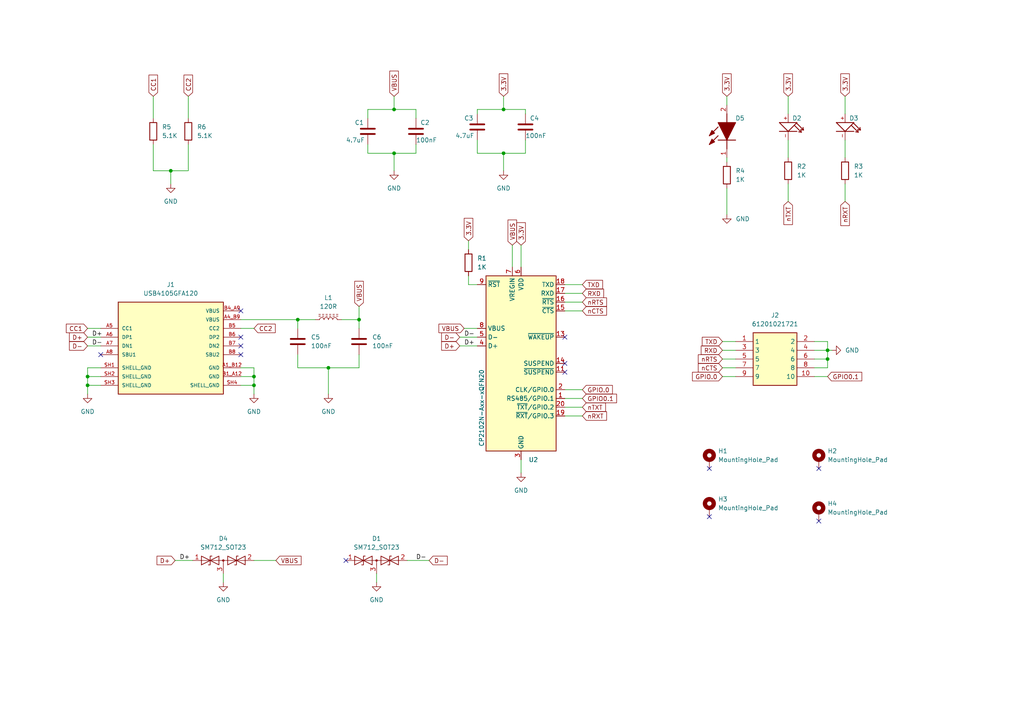
<source format=kicad_sch>
(kicad_sch (version 20230121) (generator eeschema)
  (paper "A4")
  (title_block (title "USB TO TTL v1.0") (date "10-03-2024") (rev "1.0"))
  (lib_symbols
    (symbol "61201021721:61201021721"
      (property "Reference" "J" (at 19.05 7.62 0))
      (property "Value" "61201021721" (at 19.05 5.08 0))
      (symbol "61201021721_1_1"
        (rectangle (start 5.08 2.54) (end 17.78 -12.7) (stroke (width 0.254)) (fill (type background)))
        (pin passive line (at 0 0 0) (length 5.08) (name "1") (number "1"))
        (pin passive line (at 22.86 -10.16 180) (length 5.08) (name "10") (number "10"))
        (pin passive line (at 22.86 0 180) (length 5.08) (name "2") (number "2"))
        (pin passive line (at 0 -2.54 0) (length 5.08) (name "3") (number "3"))
        (pin passive line (at 22.86 -2.54 180) (length 5.08) (name "4") (number "4"))
        (pin passive line (at 0 -5.08 0) (length 5.08) (name "5") (number "5"))
        (pin passive line (at 22.86 -5.08 180) (length 5.08) (name "6") (number "6"))
        (pin passive line (at 0 -7.62 0) (length 5.08) (name "7") (number "7"))
        (pin passive line (at 22.86 -7.62 180) (length 5.08) (name "8") (number "8"))
        (pin passive line (at 0 -10.16 0) (length 5.08) (name "9") (number "9"))
      )
    )
    (symbol "Device:C" (pin_numbers hide) (pin_names (offset 0.254))
      (property "Reference" "C" (at 0.635 2.54 0))
      (property "Value" "C" (at 0.635 -2.54 0))
      (symbol "C_0_1"
        (polyline (pts (xy -2.032 -0.762) (xy 2.032 -0.762)) (stroke (width 0.508)))
        (polyline (pts (xy -2.032 0.762) (xy 2.032 0.762)) (stroke (width 0.508)))
      )
      (symbol "C_1_1"
        (pin passive line (at 0 3.81 270) (length 2.794) (name "~") (number "1"))
        (pin passive line (at 0 -3.81 90) (length 2.794) (name "~") (number "2"))
      )
    )
    (symbol "Device:L_Ferrite" (pin_numbers hide) (pin_names (offset 1.016) hide)
      (property "Reference" "L" (at -1.27 0 90))
      (property "Value" "L_Ferrite" (at 2.794 0 90))
      (symbol "L_Ferrite_0_1"
        (arc (start 0 -2.54) (mid 0.6323 -1.905) (end 0 -1.27))
        (arc (start 0 -1.27) (mid 0.6323 -0.635) (end 0 0))
        (polyline (pts (xy 1.016 -2.794) (xy 1.016 -2.286)))
        (polyline (pts (xy 1.016 -1.778) (xy 1.016 -1.27)))
        (polyline (pts (xy 1.016 -0.762) (xy 1.016 -0.254)))
        (polyline (pts (xy 1.016 0.254) (xy 1.016 0.762)))
        (polyline (pts (xy 1.016 1.27) (xy 1.016 1.778)))
        (polyline (pts (xy 1.016 2.286) (xy 1.016 2.794)))
        (polyline (pts (xy 1.524 -2.286) (xy 1.524 -2.794)))
        (polyline (pts (xy 1.524 -1.27) (xy 1.524 -1.778)))
        (polyline (pts (xy 1.524 -0.254) (xy 1.524 -0.762)))
        (polyline (pts (xy 1.524 0.762) (xy 1.524 0.254)))
        (polyline (pts (xy 1.524 1.778) (xy 1.524 1.27)))
        (polyline (pts (xy 1.524 2.794) (xy 1.524 2.286)))
        (arc (start 0 0) (mid 0.6323 0.635) (end 0 1.27))
        (arc (start 0 1.27) (mid 0.6323 1.905) (end 0 2.54))
      )
      (symbol "L_Ferrite_1_1"
        (pin passive line (at 0 3.81 270) (length 1.27) (name "1") (number "1"))
        (pin passive line (at 0 -3.81 90) (length 1.27) (name "2") (number "2"))
      )
    )
    (symbol "Device:R" (pin_numbers hide) (pin_names (offset 0))
      (property "Reference" "R" (at 2.032 0 90))
      (property "Value" "R" (at 0 0 90))
      (symbol "R_0_1"
        (rectangle (start -1.016 -2.54) (end 1.016 2.54) (stroke (width 0.254)))
      )
      (symbol "R_1_1"
        (pin passive line (at 0 3.81 270) (length 1.27) (name "~") (number "1"))
        (pin passive line (at 0 -3.81 90) (length 1.27) (name "~") (number "2"))
      )
    )
    (symbol "Diode:SM712_SOT23" (pin_names (offset 1.016) hide)
      (property "Reference" "D" (at 0 4.445 0))
      (property "Value" "SM712_SOT23" (at 0 2.54 0))
      (symbol "SM712_SOT23_0_0"
        (polyline (pts (xy 0 -1.27) (xy 0 0)))
      )
      (symbol "SM712_SOT23_0_1"
        (polyline (pts (xy -6.35 0) (xy 6.35 0)))
        (polyline (pts (xy -3.302 1.27) (xy -3.81 1.27) (xy -3.81 -1.27) (xy -4.318 -1.27)) (stroke (width 0.2032)))
        (polyline (pts (xy 4.318 1.27) (xy 3.81 1.27) (xy 3.81 -1.27) (xy 3.302 -1.27)) (stroke (width 0.2032)))
        (polyline (pts (xy -6.35 -1.27) (xy -1.27 1.27) (xy -1.27 -1.27) (xy -6.35 1.27) (xy -6.35 -1.27)) (stroke (width 0.2032)))
        (polyline (pts (xy 1.27 -1.27) (xy 1.27 1.27) (xy 6.35 -1.27) (xy 6.35 1.27) (xy 1.27 -1.27)) (stroke (width 0.2032)))
        (circle (center 0 0) (radius 0.254) (fill (type outline)))
      )
      (symbol "SM712_SOT23_1_1"
        (pin passive line (at -8.89 0 0) (length 2.54) (name "A1") (number "1"))
        (pin passive line (at 8.89 0 180) (length 2.54) (name "A2") (number "2"))
        (pin input line (at 0 -3.81 90) (length 2.54) (name "common") (number "3"))
      )
    )
    (symbol "Interface_USB:CP2102N-Axx-xQFN20"
      (property "Reference" "U" (at -8.89 26.67 0))
      (property "Value" "CP2102N-Axx-xQFN20" (at 12.7 26.67 0))
      (symbol "CP2102N-Axx-xQFN20_0_1"
        (rectangle (start -10.16 25.4) (end 10.16 -25.4) (stroke (width 0.254)) (fill (type background)))
      )
      (symbol "CP2102N-Axx-xQFN20_1_1"
        (pin bidirectional line (at 12.7 -10.16 180) (length 2.54) (name "RS485/GPIO.1") (number "1"))
        (pin no_connect line (at -10.16 -22.86 0) (length 2.54) hide (name "NC") (number "10"))
        (pin output line (at 12.7 -2.54 180) (length 2.54) (name "~{SUSPEND}") (number "11"))
        (pin passive line (at 0 -27.94 90) (length 2.54) hide (name "GND") (number "12"))
        (pin input line (at 12.7 7.62 180) (length 2.54) (name "~{WAKEUP}") (number "13"))
        (pin output line (at 12.7 0 180) (length 2.54) (name "SUSPEND") (number "14"))
        (pin input line (at 12.7 15.24 180) (length 2.54) (name "~{CTS}") (number "15"))
        (pin output line (at 12.7 17.78 180) (length 2.54) (name "~{RTS}") (number "16"))
        (pin input line (at 12.7 20.32 180) (length 2.54) (name "RXD") (number "17"))
        (pin output line (at 12.7 22.86 180) (length 2.54) (name "TXD") (number "18"))
        (pin bidirectional line (at 12.7 -15.24 180) (length 2.54) (name "~{RXT}/GPIO.3") (number "19"))
        (pin bidirectional line (at 12.7 -7.62 180) (length 2.54) (name "CLK/GPIO.0") (number "2"))
        (pin bidirectional line (at 12.7 -12.7 180) (length 2.54) (name "~{TXT}/GPIO.2") (number "20"))
        (pin passive line (at 0 -27.94 90) (length 2.54) hide (name "GND") (number "21"))
        (pin power_in line (at 0 -27.94 90) (length 2.54) (name "GND") (number "3"))
        (pin bidirectional line (at -12.7 5.08 0) (length 2.54) (name "D+") (number "4"))
        (pin bidirectional line (at -12.7 7.62 0) (length 2.54) (name "D-") (number "5"))
        (pin power_in line (at 0 27.94 270) (length 2.54) (name "VDD") (number "6"))
        (pin power_in line (at -2.54 27.94 270) (length 2.54) (name "VREGIN") (number "7"))
        (pin input line (at -12.7 10.16 0) (length 2.54) (name "VBUS") (number "8"))
        (pin input line (at -12.7 22.86 0) (length 2.54) (name "~{RST}") (number "9"))
      )
    )
    (symbol "LED-SMD-RED-DIFFUSED_0603_:LED-SMD-RED-DIFFUSED_0603_" (pin_names (offset 1.016))
      (property "Reference" "D" (at -5.085 1.2713 0))
      (property "Value" "LED-SMD-RED-DIFFUSED_0603_" (at -5.0885 -2.5442 0))
      (symbol "LED-SMD-RED-DIFFUSED_0603__0_0"
        (polyline (pts (xy -1.27 -2.54) (xy -1.27 2.54)) (stroke (width 0.254)))
        (polyline (pts (xy -1.27 2.54) (xy -1.143 2.413)) (stroke (width 0.254)))
        (polyline (pts (xy -1.143 2.413) (xy -0.508 1.778)) (stroke (width 0.254)))
        (polyline (pts (xy -1.143 2.413) (xy 0.889 4.445)) (stroke (width 0.254)))
        (polyline (pts (xy -0.508 1.778) (xy 1.27 0)) (stroke (width 0.254)))
        (polyline (pts (xy -0.508 1.778) (xy 1.524 3.81)) (stroke (width 0.254)))
        (polyline (pts (xy 0.889 4.445) (xy 0.127 4.318)) (stroke (width 0.254)))
        (polyline (pts (xy 0.889 4.445) (xy 0.762 3.683)) (stroke (width 0.254)))
        (polyline (pts (xy 1.27 0) (xy -1.27 -2.54)) (stroke (width 0.254)))
        (polyline (pts (xy 1.27 2.54) (xy 1.27 -2.54)) (stroke (width 0.254)))
        (polyline (pts (xy 1.524 3.81) (xy 0.762 3.683)) (stroke (width 0.254)))
        (polyline (pts (xy 1.524 3.81) (xy 1.397 3.048)) (stroke (width 0.254)))
        (pin passive line (at -3.81 0 0) (length 2.54) (name "~") (number "+"))
        (pin passive line (at 3.81 0 180) (length 2.54) (name "~") (number "-"))
      )
    )
    (symbol "LED_5988A80107F:5988A80107F" (pin_names hide)
      (property "Reference" "LED" (at 12.7 8.89 0))
      (property "Value" "5988A80107F" (at 12.7 6.35 0))
      (symbol "5988A80107F_1_1"
        (polyline (pts (xy 2.54 0) (xy 5.08 0)) (stroke (width 0.254)))
        (polyline (pts (xy 5.08 2.54) (xy 5.08 -2.54)) (stroke (width 0.254)))
        (polyline (pts (xy 6.35 2.54) (xy 3.81 5.08)) (stroke (width 0.254)))
        (polyline (pts (xy 8.89 2.54) (xy 6.35 5.08)) (stroke (width 0.254)))
        (polyline (pts (xy 10.16 0) (xy 12.7 0)) (stroke (width 0.254)))
        (polyline (pts (xy 5.08 0) (xy 10.16 2.54) (xy 10.16 -2.54) (xy 5.08 0)) (stroke (width 0.254)) (fill (type outline)))
        (polyline (pts (xy 5.334 4.318) (xy 4.572 3.556) (xy 3.81 5.08) (xy 5.334 4.318)) (stroke (width 0.254)) (fill (type outline)))
        (polyline (pts (xy 7.874 4.318) (xy 7.112 3.556) (xy 6.35 5.08) (xy 7.874 4.318)) (stroke (width 0.254)) (fill (type outline)))
        (pin passive line (at 0 0 0) (length 2.54) (name "K") (number "1"))
        (pin passive line (at 15.24 0 180) (length 2.54) (name "A") (number "2"))
      )
    )
    (symbol "Mechanical:MountingHole_Pad" (pin_numbers hide) (pin_names (offset 1.016) hide)
      (property "Reference" "H" (at 0 6.35 0))
      (property "Value" "MountingHole_Pad" (at 0 4.445 0))
      (symbol "MountingHole_Pad_0_1"
        (circle (center 0 1.27) (radius 1.27) (stroke (width 1.27)))
      )
      (symbol "MountingHole_Pad_1_1"
        (pin input line (at 0 -2.54 90) (length 2.54) (name "1") (number "1"))
      )
    )
    (symbol "USB4105GFA120:USB4105GFA120" (pin_names (offset 1.016))
      (property "Reference" "J1" (at 0 17.78 0))
      (property "Value" "USB4105GFA120" (at 0 15.24 0))
      (symbol "USB4105GFA120_0_0"
        (rectangle (start -15.24 12.7) (end 15.24 -13.97) (stroke (width 0.254)) (fill (type background)))
        (pin power_in line (at 20.32 -6.35 180) (length 5.08) (name "GND") (number "A1_B12"))
        (pin power_in line (at 20.32 7.62 180) (length 5.08) (name "VBUS") (number "A4_B9"))
        (pin bidirectional line (at -20.32 5.08 0) (length 5.08) (name "CC1") (number "A5"))
        (pin bidirectional line (at -20.32 2.54 0) (length 5.08) (name "DP1") (number "A6"))
        (pin bidirectional line (at -20.32 0 0) (length 5.08) (name "DN1") (number "A7"))
        (pin bidirectional line (at -20.32 -2.54 0) (length 5.08) (name "SBU1") (number "A8"))
        (pin power_in line (at 20.32 -8.89 180) (length 5.08) (name "GND") (number "B1_A12"))
        (pin power_in line (at 20.32 10.16 180) (length 5.08) (name "VBUS") (number "B4_A9"))
        (pin bidirectional line (at 20.32 5.08 180) (length 5.08) (name "CC2") (number "B5"))
        (pin bidirectional line (at 20.32 2.54 180) (length 5.08) (name "DP2") (number "B6"))
        (pin bidirectional line (at 20.32 0 180) (length 5.08) (name "DN2") (number "B7"))
        (pin bidirectional line (at 20.32 -2.54 180) (length 5.08) (name "SBU2") (number "B8"))
        (pin power_in line (at -20.32 -6.35 0) (length 5.08) (name "SHELL_GND") (number "SH1"))
        (pin power_in line (at -20.32 -8.89 0) (length 5.08) (name "SHELL_GND") (number "SH2"))
        (pin power_in line (at -20.32 -11.43 0) (length 5.08) (name "SHELL_GND") (number "SH3"))
        (pin power_in line (at 20.32 -11.43 180) (length 5.08) (name "SHELL_GND") (number "SH4"))
      )
    )
    (symbol "power:GND" (power) (pin_names (offset 0))
      (property "Value" "GND" (at 0 -3.81 0))
      (symbol "GND_0_1"
        (polyline (pts (xy 0 0) (xy 0 -1.27) (xy 1.27 -1.27) (xy 0 -2.54) (xy -1.27 -1.27) (xy 0 -1.27)))
      )
      (symbol "GND_1_1"
        (pin power_in line (at 0 0 270) (length 0) hide (name "GND") (number "1"))
      )
    )
  )
  (junction (at 95.25 106.68))
  (junction (at 25.4 111.76))
  (junction (at 25.4 109.22))
  (junction (at 146.05 31.75))
  (junction (at 240.03 104.14))
  (junction (at 146.05 44.45))
  (junction (at 240.03 101.6))
  (junction (at 73.66 109.22))
  (junction (at 73.66 111.76))
  (junction (at 114.3 31.75))
  (junction (at 104.14 92.71))
  (junction (at 114.3 44.45))
  (junction (at 86.36 92.71))
  (junction (at 49.53 49.53))
  (no_connect (at 69.85 100.33))
  (no_connect (at 237.49 135.89))
  (no_connect (at 205.74 149.86))
  (no_connect (at 163.83 105.41))
  (no_connect (at 69.85 97.79))
  (no_connect (at 100.33 162.56))
  (no_connect (at 205.74 135.89))
  (no_connect (at 237.49 151.13))
  (no_connect (at 69.85 102.87))
  (no_connect (at 69.85 90.17))
  (no_connect (at 163.83 97.79))
  (no_connect (at 29.21 102.87))
  (no_connect (at 163.83 107.95))
  (wire (pts (xy 148.59 71.12) (xy 148.59 77.47)))
  (wire (pts (xy 25.4 111.76) (xy 29.21 111.76)))
  (wire (pts (xy 64.77 166.37) (xy 64.77 168.91)))
  (wire (pts (xy 135.89 80.01) (xy 135.89 82.55)))
  (wire (pts (xy 163.83 118.11) (xy 168.91 118.11)))
  (wire (pts (xy 138.43 44.45) (xy 146.05 44.45)))
  (wire (pts (xy 146.05 44.45) (xy 146.05 49.53)))
  (wire (pts (xy 209.55 106.68) (xy 213.36 106.68)))
  (wire (pts (xy 114.3 31.75) (xy 120.65 31.75)))
  (wire (pts (xy 209.55 104.14) (xy 213.36 104.14)))
  (wire (pts (xy 104.14 92.71) (xy 104.14 95.25)))
  (wire (pts (xy 25.4 109.22) (xy 29.21 109.22)))
  (wire (pts (xy 163.83 90.17) (xy 168.91 90.17)))
  (wire (pts (xy 104.14 88.9) (xy 104.14 92.71)))
  (wire (pts (xy 29.21 106.68) (xy 25.4 106.68)))
  (wire (pts (xy 209.55 109.22) (xy 213.36 109.22)))
  (wire (pts (xy 146.05 44.45) (xy 152.4 44.45)))
  (wire (pts (xy 86.36 92.71) (xy 69.85 92.71)))
  (wire (pts (xy 106.68 31.75) (xy 114.3 31.75)))
  (wire (pts (xy 73.66 106.68) (xy 73.66 109.22)))
  (wire (pts (xy 54.61 27.94) (xy 54.61 34.29)))
  (wire (pts (xy 245.11 27.94) (xy 245.11 33.02)))
  (wire (pts (xy 146.05 27.94) (xy 146.05 31.75)))
  (wire (pts (xy 209.55 99.06) (xy 213.36 99.06)))
  (wire (pts (xy 163.83 85.09) (xy 168.91 85.09)))
  (wire (pts (xy 236.22 104.14) (xy 240.03 104.14)))
  (wire (pts (xy 73.66 109.22) (xy 73.66 111.76)))
  (wire (pts (xy 44.45 49.53) (xy 49.53 49.53)))
  (wire (pts (xy 228.6 40.64) (xy 228.6 45.72)))
  (wire (pts (xy 245.11 53.34) (xy 245.11 58.42)))
  (wire (pts (xy 152.4 31.75) (xy 152.4 33.02)))
  (wire (pts (xy 44.45 41.91) (xy 44.45 49.53)))
  (wire (pts (xy 54.61 41.91) (xy 54.61 49.53)))
  (wire (pts (xy 152.4 44.45) (xy 152.4 40.64)))
  (wire (pts (xy 73.66 162.56) (xy 80.01 162.56)))
  (wire (pts (xy 120.65 31.75) (xy 120.65 34.29)))
  (wire (pts (xy 69.85 109.22) (xy 73.66 109.22)))
  (wire (pts (xy 210.82 45.72) (xy 210.82 46.99)))
  (wire (pts (xy 138.43 33.02) (xy 138.43 31.75)))
  (wire (pts (xy 69.85 95.25) (xy 73.66 95.25)))
  (wire (pts (xy 99.06 92.71) (xy 104.14 92.71)))
  (wire (pts (xy 236.22 109.22) (xy 240.03 109.22)))
  (wire (pts (xy 228.6 53.34) (xy 228.6 58.42)))
  (wire (pts (xy 25.4 106.68) (xy 25.4 109.22)))
  (wire (pts (xy 44.45 27.94) (xy 44.45 34.29)))
  (wire (pts (xy 25.4 97.79) (xy 29.21 97.79)))
  (wire (pts (xy 210.82 54.61) (xy 210.82 62.23)))
  (wire (pts (xy 95.25 106.68) (xy 95.25 114.3)))
  (wire (pts (xy 95.25 106.68) (xy 104.14 106.68)))
  (wire (pts (xy 210.82 27.94) (xy 210.82 30.48)))
  (wire (pts (xy 240.03 104.14) (xy 240.03 101.6)))
  (wire (pts (xy 69.85 106.68) (xy 73.66 106.68)))
  (wire (pts (xy 245.11 40.64) (xy 245.11 45.72)))
  (wire (pts (xy 86.36 106.68) (xy 95.25 106.68)))
  (wire (pts (xy 49.53 53.34) (xy 49.53 49.53)))
  (wire (pts (xy 146.05 31.75) (xy 152.4 31.75)))
  (wire (pts (xy 118.11 162.56) (xy 124.46 162.56)))
  (wire (pts (xy 106.68 31.75) (xy 106.68 34.29)))
  (wire (pts (xy 133.35 100.33) (xy 138.43 100.33)))
  (wire (pts (xy 25.4 109.22) (xy 25.4 111.76)))
  (wire (pts (xy 86.36 92.71) (xy 91.44 92.71)))
  (wire (pts (xy 163.83 113.03) (xy 168.91 113.03)))
  (wire (pts (xy 163.83 87.63) (xy 168.91 87.63)))
  (wire (pts (xy 135.89 69.85) (xy 135.89 72.39)))
  (wire (pts (xy 240.03 101.6) (xy 241.3 101.6)))
  (wire (pts (xy 106.68 41.91) (xy 106.68 44.45)))
  (wire (pts (xy 163.83 115.57) (xy 168.91 115.57)))
  (wire (pts (xy 163.83 120.65) (xy 168.91 120.65)))
  (wire (pts (xy 50.8 162.56) (xy 55.88 162.56)))
  (wire (pts (xy 25.4 95.25) (xy 29.21 95.25)))
  (wire (pts (xy 106.68 44.45) (xy 114.3 44.45)))
  (wire (pts (xy 114.3 44.45) (xy 120.65 44.45)))
  (wire (pts (xy 236.22 106.68) (xy 240.03 106.68)))
  (wire (pts (xy 138.43 31.75) (xy 146.05 31.75)))
  (wire (pts (xy 25.4 100.33) (xy 29.21 100.33)))
  (wire (pts (xy 240.03 106.68) (xy 240.03 104.14)))
  (wire (pts (xy 109.22 166.37) (xy 109.22 168.91)))
  (wire (pts (xy 240.03 99.06) (xy 240.03 101.6)))
  (wire (pts (xy 104.14 102.87) (xy 104.14 106.68)))
  (wire (pts (xy 86.36 102.87) (xy 86.36 106.68)))
  (wire (pts (xy 114.3 44.45) (xy 114.3 49.53)))
  (wire (pts (xy 114.3 27.94) (xy 114.3 31.75)))
  (wire (pts (xy 86.36 95.25) (xy 86.36 92.71)))
  (wire (pts (xy 151.13 71.12) (xy 151.13 77.47)))
  (wire (pts (xy 135.89 82.55) (xy 138.43 82.55)))
  (wire (pts (xy 151.13 133.35) (xy 151.13 137.16)))
  (wire (pts (xy 73.66 111.76) (xy 73.66 114.3)))
  (wire (pts (xy 120.65 41.91) (xy 120.65 44.45)))
  (wire (pts (xy 209.55 101.6) (xy 213.36 101.6)))
  (wire (pts (xy 133.35 97.79) (xy 138.43 97.79)))
  (wire (pts (xy 236.22 99.06) (xy 240.03 99.06)))
  (wire (pts (xy 163.83 82.55) (xy 168.91 82.55)))
  (wire (pts (xy 228.6 27.94) (xy 228.6 33.02)))
  (wire (pts (xy 236.22 101.6) (xy 240.03 101.6)))
  (wire (pts (xy 49.53 49.53) (xy 54.61 49.53)))
  (wire (pts (xy 25.4 111.76) (xy 25.4 114.3)))
  (wire (pts (xy 134.62 95.25) (xy 138.43 95.25)))
  (wire (pts (xy 138.43 40.64) (xy 138.43 44.45)))
  (wire (pts (xy 69.85 111.76) (xy 73.66 111.76)))
  (label "D-" (at 26.67 100.33 0))
  (label "D+" (at 26.67 97.79 0))
  (label "D-" (at 120.65 162.56 0))
  (label "D+" (at 52.07 162.56 0))
  (label "D-" (at 134.62 97.79 0))
  (label "D+" (at 134.62 100.33 0))
  (global_label "CC2" (shape input) (at 73.66 95.25 0) (property "Intersheetrefs" "${INTERSHEET_REFS}" (effects hide)))
  (global_label "GPIO.0" (shape input) (at 209.55 109.22 180) (property "Intersheetrefs" "${INTERSHEET_REFS}" (effects hide)))
  (global_label "3.3V" (shape input) (at 146.05 27.94 90) (property "Intersheetrefs" "${INTERSHEET_REFS}" (effects hide)))
  (global_label "CC2" (shape input) (at 54.61 27.94 90) (property "Intersheetrefs" "${INTERSHEET_REFS}" (effects hide)))
  (global_label "nRXT" (shape input) (at 245.11 58.42 270) (property "Intersheetrefs" "${INTERSHEET_REFS}" (effects hide)))
  (global_label "VBUS" (shape input) (at 104.14 88.9 90) (property "Intersheetrefs" "${INTERSHEET_REFS}" (effects hide)))
  (global_label "D-" (shape input) (at 25.4 100.33 180) (property "Intersheetrefs" "${INTERSHEET_REFS}" (effects hide)))
  (global_label "nRXT" (shape input) (at 168.91 120.65 0) (property "Intersheetrefs" "${INTERSHEET_REFS}" (effects hide)))
  (global_label "nCTS" (shape input) (at 168.91 90.17 0) (property "Intersheetrefs" "${INTERSHEET_REFS}" (effects hide)))
  (global_label "3.3V" (shape input) (at 228.6 27.94 90) (property "Intersheetrefs" "${INTERSHEET_REFS}" (effects hide)))
  (global_label "nTXT" (shape input) (at 168.91 118.11 0) (property "Intersheetrefs" "${INTERSHEET_REFS}" (effects hide)))
  (global_label "VBUS" (shape input) (at 80.01 162.56 0) (property "Intersheetrefs" "${INTERSHEET_REFS}" (effects hide)))
  (global_label "GPIO.0" (shape input) (at 168.91 113.03 0) (property "Intersheetrefs" "${INTERSHEET_REFS}" (effects hide)))
  (global_label "TXD" (shape input) (at 168.91 82.55 0) (property "Intersheetrefs" "${INTERSHEET_REFS}" (effects hide)))
  (global_label "D-" (shape input) (at 133.35 97.79 180) (property "Intersheetrefs" "${INTERSHEET_REFS}" (effects hide)))
  (global_label "nRTS" (shape input) (at 168.91 87.63 0) (property "Intersheetrefs" "${INTERSHEET_REFS}" (effects hide)))
  (global_label "D+" (shape input) (at 25.4 97.79 180) (property "Intersheetrefs" "${INTERSHEET_REFS}" (effects hide)))
  (global_label "RXD" (shape input) (at 209.55 101.6 180) (property "Intersheetrefs" "${INTERSHEET_REFS}" (effects hide)))
  (global_label "nRTS" (shape input) (at 209.55 104.14 180) (property "Intersheetrefs" "${INTERSHEET_REFS}" (effects hide)))
  (global_label "GPIO0.1" (shape input) (at 168.91 115.57 0) (property "Intersheetrefs" "${INTERSHEET_REFS}" (effects hide)))
  (global_label "GPIO0.1" (shape input) (at 240.03 109.22 0) (property "Intersheetrefs" "${INTERSHEET_REFS}" (effects hide)))
  (global_label "3.3V" (shape input) (at 245.11 27.94 90) (property "Intersheetrefs" "${INTERSHEET_REFS}" (effects hide)))
  (global_label "3.3V" (shape input) (at 151.13 71.12 90) (property "Intersheetrefs" "${INTERSHEET_REFS}" (effects hide)))
  (global_label "D+" (shape input) (at 133.35 100.33 180) (property "Intersheetrefs" "${INTERSHEET_REFS}" (effects hide)))
  (global_label "VBUS" (shape input) (at 148.59 71.12 90) (property "Intersheetrefs" "${INTERSHEET_REFS}" (effects hide)))
  (global_label "nTXT" (shape input) (at 228.6 58.42 270) (property "Intersheetrefs" "${INTERSHEET_REFS}" (effects hide)))
  (global_label "D+" (shape input) (at 50.8 162.56 180) (property "Intersheetrefs" "${INTERSHEET_REFS}" (effects hide)))
  (global_label "CC1" (shape input) (at 25.4 95.25 180) (property "Intersheetrefs" "${INTERSHEET_REFS}" (effects hide)))
  (global_label "CC1" (shape input) (at 44.45 27.94 90) (property "Intersheetrefs" "${INTERSHEET_REFS}" (effects hide)))
  (global_label "VBUS" (shape input) (at 134.62 95.25 180) (property "Intersheetrefs" "${INTERSHEET_REFS}" (effects hide)))
  (global_label "D-" (shape input) (at 124.46 162.56 0) (property "Intersheetrefs" "${INTERSHEET_REFS}" (effects hide)))
  (global_label "RXD" (shape input) (at 168.91 85.09 0) (property "Intersheetrefs" "${INTERSHEET_REFS}" (effects hide)))
  (global_label "3.3V" (shape input) (at 135.89 69.85 90) (property "Intersheetrefs" "${INTERSHEET_REFS}" (effects hide)))
  (global_label "nCTS" (shape input) (at 209.55 106.68 180) (property "Intersheetrefs" "${INTERSHEET_REFS}" (effects hide)))
  (global_label "3.3V" (shape input) (at 210.82 27.94 90) (property "Intersheetrefs" "${INTERSHEET_REFS}" (effects hide)))
  (global_label "TXD" (shape input) (at 209.55 99.06 180) (property "Intersheetrefs" "${INTERSHEET_REFS}" (effects hide)))
  (global_label "VBUS" (shape input) (at 114.3 27.94 90) (property "Intersheetrefs" "${INTERSHEET_REFS}" (effects hide)))
  (symbol (lib_id "power:GND") (at 49.53 53.34 0) (unit 1)
    (property "Reference" "#PWR08" (effects hide))
    (property "Value" "GND" (at 49.53 58.42 0))
  )
  (symbol (lib_id "power:GND") (at 151.13 137.16 0) (unit 1)
    (property "Reference" "#PWR03" (effects hide))
    (property "Value" "GND" (at 151.13 142.24 0))
  )
  (symbol (lib_id "Mechanical:MountingHole_Pad") (at 205.74 147.32 0) (unit 1)
    (property "Reference" "H3" (at 208.28 144.78 0) (effects (justify left)))
    (property "Value" "MountingHole_Pad" (at 208.28 147.32 0) (effects (justify left)))
    (property "Footprint" "MountingHole:MountingHole_2.2mm_M2_Pad_Via" (effects hide))
  )
  (symbol (lib_id "power:GND") (at 114.3 49.53 0) (unit 1)
    (property "Reference" "#PWR05" (effects hide))
    (property "Value" "GND" (at 114.3 54.61 0))
  )
  (symbol (lib_id "Diode:SM712_SOT23") (at 64.77 162.56 0) (unit 1)
    (property "Reference" "D4" (at 64.77 156.21 0))
    (property "Value" "SM712_SOT23" (at 64.77 158.75 0))
    (property "Footprint" "Package_TO_SOT_SMD:SOT-23" (effects hide))
    (property "Datasheet" "https://www.littelfuse.com/~/media/electronics/datasheets/tvs_diode_arrays/littelfuse_tvs_diode_array_sm712_datasheet.pdf.pdf" (effects hide))
  )
  (symbol (lib_id "Device:R") (at 135.89 76.2 0) (unit 1)
    (property "Reference" "R1" (at 138.43 74.93 0) (effects (justify left)))
    (property "Value" "1K" (at 138.43 77.47 0) (effects (justify left)))
    (property "Footprint" "Resistor_SMD:R_0603_1608Metric_Pad0.98x0.95mm_HandSolder" (effects hide))
  )
  (symbol (lib_id "power:GND") (at 73.66 114.3 0) (unit 1)
    (property "Reference" "#PWR02" (effects hide))
    (property "Value" "GND" (at 73.66 119.38 0))
  )
  (symbol (lib_id "61201021721:61201021721") (at 213.36 99.06 0) (unit 1)
    (property "Reference" "J2" (at 224.79 91.44 0))
    (property "Value" "61201021721" (at 224.79 93.98 0))
    (property "Footprint" "LIB_61201021721:SHDRRA10W64P254X254_2X5_2036X885X910P" (effects hide))
    (property "Datasheet" "http://katalog.we-online.de/em/datasheet/6120xx21721.pdf" (effects hide))
    (property "Height" "9.1" (effects hide))
    (property "Mouser Part Number" "710-61201021721" (effects hide))
    (property "Mouser Price/Stock" "https://www.mouser.co.uk/ProductDetail/Wurth-Elektronik/61201021721?qs=ZtY9WdtwX5567gkupD2iFg%3D%3D" (effects hide))
    (property "Manufacturer_Name" "Wurth Elektronik" (effects hide))
    (property "Manufacturer_Part_Number" "61201021721" (effects hide))
  )
  (symbol (lib_id "Device:R") (at 44.45 38.1 0) (unit 1)
    (property "Reference" "R5" (at 46.99 36.83 0) (effects (justify left)))
    (property "Value" "5.1K" (at 46.99 39.37 0) (effects (justify left)))
    (property "Footprint" "Resistor_SMD:R_0603_1608Metric_Pad0.98x0.95mm_HandSolder" (effects hide))
  )
  (symbol (lib_id "Device:C") (at 106.68 38.1 0) (unit 1)
    (property "Reference" "C1" (at 102.87 35.56 0) (effects (justify left)))
    (property "Value" "4.7uF" (at 100.33 40.64 0) (effects (justify left)))
    (property "Footprint" "Capacitor_SMD:C_0603_1608Metric_Pad1.08x0.95mm_HandSolder" (effects hide))
  )
  (symbol (lib_id "LED-SMD-RED-DIFFUSED_0603_:LED-SMD-RED-DIFFUSED_0603_") (at 245.11 36.83 270) (unit 1)
    (property "Reference" "D3" (at 247.65 34.29 90))
    (property "Value" "LED-SMD-RED-DIFFUSED_0603_" (effects hide))
    (property "Footprint" "LED-SMD-RED-DIFFUSED_0603_:LED-0603" (effects hide))
    (property "MF" "Everlight Electronics" (effects hide))
    (property "Description" "\nRed - LED Indication - Discrete 1.95V 0603 (1608 Metric)\n" (effects hide))
    (property "Package" "0603 Everlight Electronics" (effects hide))
    (property "MPN" "19-217-R6C-AL1M2VY-3T" (effects hide))
    (property "Price" "None" (effects hide))
    (property "SnapEDA_Link" "https://www.snapeda.com/parts/19-217/R6C-AL1M2VY/3T/Everlight+Electronics+Co+Ltd/view-part/?ref=snap" (effects hide))
    (property "MP" "19-217/R6C-AL1M2VY/3T" (effects hide))
    (property "Availability" "In Stock" (effects hide))
    (property "Check_prices" "https://www.snapeda.com/parts/19-217/R6C-AL1M2VY/3T/Everlight+Electronics+Co+Ltd/view-part/?ref=eda" (effects hide))
  )
  (symbol (lib_id "Device:C") (at 152.4 36.83 0) (unit 1)
    (property "Reference" "C4" (at 153.67 34.29 0) (effects (justify left)))
    (property "Value" "100nF" (at 152.4 39.37 0) (effects (justify left)))
    (property "Footprint" "Capacitor_SMD:C_0603_1608Metric_Pad1.08x0.95mm_HandSolder" (effects hide))
  )
  (symbol (lib_id "power:GND") (at 146.05 49.53 0) (unit 1)
    (property "Reference" "#PWR07" (effects hide))
    (property "Value" "GND" (at 146.05 54.61 0))
  )
  (symbol (lib_id "Device:C") (at 138.43 36.83 0) (unit 1)
    (property "Reference" "C3" (at 134.62 34.29 0) (effects (justify left)))
    (property "Value" "4.7uF" (at 132.08 39.37 0) (effects (justify left)))
    (property "Footprint" "Capacitor_SMD:C_0603_1608Metric_Pad1.08x0.95mm_HandSolder" (effects hide))
  )
  (symbol (lib_id "Device:C") (at 104.14 99.06 0) (unit 1)
    (property "Reference" "C6" (at 107.95 97.79 0) (effects (justify left)))
    (property "Value" "100nF" (at 107.95 100.33 0) (effects (justify left)))
    (property "Footprint" "Capacitor_SMD:C_0603_1608Metric_Pad1.08x0.95mm_HandSolder" (effects hide))
  )
  (symbol (lib_id "Device:R") (at 54.61 38.1 0) (unit 1)
    (property "Reference" "R6" (at 57.15 36.83 0) (effects (justify left)))
    (property "Value" "5.1K" (at 57.15 39.37 0) (effects (justify left)))
    (property "Footprint" "Resistor_SMD:R_0603_1608Metric_Pad0.98x0.95mm_HandSolder" (effects hide))
  )
  (symbol (lib_id "Device:R") (at 228.6 49.53 0) (unit 1)
    (property "Reference" "R2" (at 231.14 48.26 0) (effects (justify left)))
    (property "Value" "1K" (at 231.14 50.8 0) (effects (justify left)))
    (property "Footprint" "Resistor_SMD:R_0603_1608Metric_Pad0.98x0.95mm_HandSolder" (effects hide))
  )
  (symbol (lib_id "Device:R") (at 245.11 49.53 0) (unit 1)
    (property "Reference" "R3" (at 247.65 48.26 0) (effects (justify left)))
    (property "Value" "1K" (at 247.65 50.8 0) (effects (justify left)))
    (property "Footprint" "Resistor_SMD:R_0603_1608Metric_Pad0.98x0.95mm_HandSolder" (effects hide))
  )
  (symbol (lib_id "Mechanical:MountingHole_Pad") (at 237.49 148.59 0) (unit 1)
    (property "Reference" "H4" (at 240.03 146.05 0) (effects (justify left)))
    (property "Value" "MountingHole_Pad" (at 240.03 148.59 0) (effects (justify left)))
    (property "Footprint" "MountingHole:MountingHole_2.2mm_M2_Pad_Via" (effects hide))
  )
  (symbol (lib_id "Device:C") (at 120.65 38.1 0) (unit 1)
    (property "Reference" "C2" (at 121.92 35.56 0) (effects (justify left)))
    (property "Value" "100nF" (at 120.65 40.64 0) (effects (justify left)))
    (property "Footprint" "Capacitor_SMD:C_0603_1608Metric_Pad1.08x0.95mm_HandSolder" (effects hide))
  )
  (symbol (lib_id "power:GND") (at 25.4 114.3 0) (unit 1)
    (property "Reference" "#PWR010" (effects hide))
    (property "Value" "GND" (at 25.4 119.38 0))
  )
  (symbol (lib_id "Device:C") (at 86.36 99.06 0) (unit 1)
    (property "Reference" "C5" (at 90.17 97.79 0) (effects (justify left)))
    (property "Value" "100nF" (at 90.17 100.33 0) (effects (justify left)))
    (property "Footprint" "Capacitor_SMD:C_0603_1608Metric_Pad1.08x0.95mm_HandSolder" (effects hide))
  )
  (symbol (lib_id "USB4105GFA120:USB4105GFA120") (at 49.53 100.33 0) (unit 1)
    (property "Reference" "J1" (at 49.53 82.55 0))
    (property "Value" "USB4105GFA120" (at 49.53 85.09 0))
    (property "Footprint" "USB4105GFA120:GCT_USB4105GFA120" (effects hide))
    (property "MF" "Global Connector Technology" (effects hide))
    (property "MAXIMUM_PACKAGE_HEIGHT" "3.31mm" (effects hide))
    (property "Package" "None" (effects hide))
    (property "Price" "None" (effects hide))
    (property "Check_prices" "https://www.snapeda.com/parts/USB4105GFA120/Global+Connector+Technology/view-part/?ref=eda" (effects hide))
    (property "STANDARD" "Manufacturer Recommendations" (effects hide))
    (property "PARTREV" "B3" (effects hide))
    (property "SnapEDA_Link" "https://www.snapeda.com/parts/USB4105GFA120/Global+Connector+Technology/view-part/?ref=snap" (effects hide))
    (property "MP" "USB4105GFA120" (effects hide))
    (property "Purchase-URL" "https://www.snapeda.com/api/url_track_click_mouser/?unipart_id=10566374&manufacturer=Global Connector Technology&part_name=USB4105GFA120&search_term=16 pin usb c" (effects hide))
    (property "Description" "\nUSB CONN, 2.0 TYPE C, RCPT, 16POS, SMT; USB Connector Type:USB Type C; USB Standard:USB 2.0; Gender:Receptacle; No. of Positions:16Positions; Connector Mounting:Surface Mount, Through Hole Mount; Orientation:Right Angle RoHS Compliant: Yes\n" (effects hide))
    (property "Availability" "In Stock" (effects hide))
    (property "MANUFACTURER" "Global Connector Technology" (effects hide))
  )
  (symbol (lib_id "Mechanical:MountingHole_Pad") (at 205.74 133.35 0) (unit 1)
    (property "Reference" "H1" (at 208.28 130.81 0) (effects (justify left)))
    (property "Value" "MountingHole_Pad" (at 208.28 133.35 0) (effects (justify left)))
    (property "Footprint" "MountingHole:MountingHole_2.2mm_M2_Pad_Via" (effects hide))
  )
  (symbol (lib_id "Device:R") (at 210.82 50.8 0) (unit 1)
    (property "Reference" "R4" (at 213.36 49.53 0) (effects (justify left)))
    (property "Value" "1K" (at 213.36 52.07 0) (effects (justify left)))
    (property "Footprint" "Resistor_SMD:R_0603_1608Metric_Pad0.98x0.95mm_HandSolder" (effects hide))
  )
  (symbol (lib_id "power:GND") (at 95.25 114.3 0) (unit 1)
    (property "Reference" "#PWR011" (effects hide))
    (property "Value" "GND" (at 95.25 119.38 0))
  )
  (symbol (lib_id "Mechanical:MountingHole_Pad") (at 237.49 133.35 0) (unit 1)
    (property "Reference" "H2" (at 240.03 130.81 0) (effects (justify left)))
    (property "Value" "MountingHole_Pad" (at 240.03 133.35 0) (effects (justify left)))
    (property "Footprint" "MountingHole:MountingHole_2.2mm_M2_Pad_Via" (effects hide))
  )
  (symbol (lib_id "power:GND") (at 64.77 168.91 0) (unit 1)
    (property "Reference" "#PWR01" (effects hide))
    (property "Value" "GND" (at 64.77 173.99 0))
  )
  (symbol (lib_id "Diode:SM712_SOT23") (at 109.22 162.56 0) (unit 1)
    (property "Reference" "D1" (at 109.22 156.21 0))
    (property "Value" "SM712_SOT23" (at 109.22 158.75 0))
    (property "Footprint" "Package_TO_SOT_SMD:SOT-23" (effects hide))
    (property "Datasheet" "https://www.littelfuse.com/~/media/electronics/datasheets/tvs_diode_arrays/littelfuse_tvs_diode_array_sm712_datasheet.pdf.pdf" (effects hide))
  )
  (symbol (lib_id "LED_5988A80107F:5988A80107F") (at 210.82 45.72 90) (unit 1)
    (property "Reference" "D5" (at 214.63 34.29 90))
    (property "Value" "5988A80107F" (effects hide))
    (property "Footprint" "LED_5988A80107F:LED_5988A80107F" (effects hide))
    (property "Datasheet" "https://media.digikey.com/pdf/Data%20Sheets/Dialight%20PDFs/5988Ax010xF_Dwg.pdf" (effects hide))
    (property "Height" "0.4" (effects hide))
    (property "Manufacturer_Name" "Dialight" (effects hide))
    (property "Manufacturer_Part_Number" "5988A80107F" (effects hide))
  )
  (symbol (lib_id "power:GND") (at 109.22 168.91 0) (unit 1)
    (property "Reference" "#PWR04" (effects hide))
    (property "Value" "GND" (at 109.22 173.99 0))
  )
  (symbol (lib_id "Device:L_Ferrite") (at 95.25 92.71 90) (unit 1)
    (property "Reference" "L1" (at 95.25 86.36 90))
    (property "Value" "120R" (at 95.25 88.9 90))
    (property "Footprint" "Inductor_SMD:L_0603_1608Metric_Pad1.05x0.95mm_HandSolder" (effects hide))
  )
  (symbol (lib_id "Interface_USB:CP2102N-Axx-xQFN20") (at 151.13 105.41 0) (unit 1)
    (property "Reference" "U2" (at 153.3241 133.35 0) (effects (justify left)))
    (property "Value" "CP2102N-Axx-xQFN20" (at 139.7 129.54 90) (effects (justify left)))
    (property "Footprint" "CP2102N-A02-GQFN20R:SILABS_CP2102N-A02-GQFN20R" (effects hide))
    (property "Datasheet" "https://www.silabs.com/documents/public/data-sheets/cp2102n-datasheet.pdf" (effects hide))
  )
  (symbol (lib_id "power:GND") (at 241.3 101.6 90) (unit 1)
    (property "Reference" "#PWR09" (effects hide))
    (property "Value" "GND" (at 245.11 101.6 90) (effects (justify right)))
  )
  (symbol (lib_id "power:GND") (at 210.82 62.23 0) (unit 1)
    (property "Reference" "#PWR06" (effects hide))
    (property "Value" "GND" (at 213.36 63.5 0) (effects (justify left)))
  )
  (symbol (lib_id "LED-SMD-RED-DIFFUSED_0603_:LED-SMD-RED-DIFFUSED_0603_") (at 228.6 36.83 270) (unit 1)
    (property "Reference" "D2" (at 231.14 34.29 90))
    (property "Value" "LED-SMD-RED-DIFFUSED_0603_" (effects hide))
    (property "Footprint" "LED-SMD-RED-DIFFUSED_0603_:LED-0603" (effects hide))
    (property "MF" "Everlight Electronics" (effects hide))
    (property "Description" "\nRed - LED Indication - Discrete 1.95V 0603 (1608 Metric)\n" (effects hide))
    (property "Package" "0603 Everlight Electronics" (effects hide))
    (property "MPN" "19-217-R6C-AL1M2VY-3T" (effects hide))
    (property "Price" "None" (effects hide))
    (property "SnapEDA_Link" "https://www.snapeda.com/parts/19-217/R6C-AL1M2VY/3T/Everlight+Electronics+Co+Ltd/view-part/?ref=snap" (effects hide))
    (property "MP" "19-217/R6C-AL1M2VY/3T" (effects hide))
    (property "Availability" "In Stock" (effects hide))
    (property "Check_prices" "https://www.snapeda.com/parts/19-217/R6C-AL1M2VY/3T/Everlight+Electronics+Co+Ltd/view-part/?ref=eda" (effects hide))
  )
)
</source>
